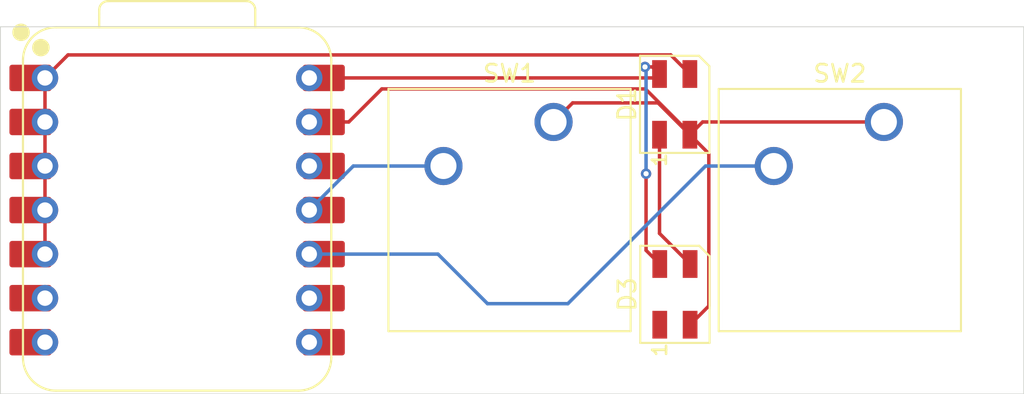
<source format=kicad_pcb>
(kicad_pcb (version 20241229) (generator "pcbnew") (generator_version "9.0")
  (layers (0 "F.Cu" signal) (2 "B.Cu" signal) (13 "F.Paste" user) (15 "B.Paste" user) (5 "F.SilkS" user "F.Silkscreen") (7 "B.SilkS" user "B.Silkscreen") (1 "F.Mask" user) (3 "B.Mask" user) (25 "Edge.Cuts" user))
  (net 0 "")
  (net 1 "GND")
  (net 2 "+5V")
  (net 3 "Net-(D1-DIN)")
  (net 4 "Net-(U1-GPIO3{slash}MOSI)")
  (net 5 "Net-(U1-GPIO4{slash}MISO)")
  (net 11 "Net-(D1-DOUT)")
  (footprint "OPL:XIAO-ESP32C3-DIP" (layer "F.Cu") (at 130.81 74.93)
    (property "Reference" "U1" (hide yes))
    (property "Value" "XIAO-RP2040-DIP")
    (fp_line (start -9.01 8.509) (end -9.01 -8.636) (stroke (width 0.127)) (layer "F.SilkS"))
    (fp_line (start -7.105 10.414) (end 6.865 10.414) (stroke (width 0.127)) (layer "F.SilkS"))
    (fp_line (start -4.615 -10.541) (end -4.611272 -11.551272) (stroke (width 0.127)) (layer "F.SilkS"))
    (fp_line (start -4.111272 -12.051) (end 3.884 -12.051) (stroke (width 0.127)) (layer "F.SilkS"))
    (fp_line (start 4.384 -11.551) (end 4.384 -10.541) (stroke (width 0.127)) (layer "F.SilkS"))
    (fp_line (start 6.865 -10.541) (end -7.105 -10.541) (stroke (width 0.1)) (layer "F.SilkS"))
    (fp_line (start 6.865 -10.541) (end -7.105 -10.541) (stroke (width 0.127)) (layer "F.SilkS"))
    (fp_line (start 8.77 8.509) (end 8.77 -8.636) (stroke (width 0.127)) (layer "F.SilkS"))
    (fp_arc (start -9.01 -8.636) (mid -8.452038 -9.983038) (end -7.105 -10.541) (stroke (width 0.127)) (layer "F.SilkS"))
    (fp_arc (start -7.105 10.414) (mid -8.452038 9.856038) (end -9.01 8.509) (stroke (width 0.127)) (layer "F.SilkS"))
    (fp_arc (start -4.611272 -11.551272) (mid -4.464728 -11.90464) (end -4.111272 -12.051) (stroke (width 0.127)) (layer "F.SilkS"))
    (fp_arc (start 3.884 -12.051) (mid 4.237553 -11.904553) (end 4.384 -11.551) (stroke (width 0.127)) (layer "F.SilkS"))
    (fp_arc (start 6.865 -10.541) (mid 8.212038 -9.983038) (end 8.77 -8.636) (stroke (width 0.127)) (layer "F.SilkS"))
    (fp_arc (start 8.77 8.509) (mid 8.212038 9.856038) (end 6.865 10.414) (stroke (width 0.127)) (layer "F.SilkS"))
    (fp_circle (center -9.12 -10.25) (end -9.12 -10.504) (stroke (width 0.5)) (fill yes) (layer "F.SilkS"))
    (fp_circle (center -7.977 -9.37) (end -7.977 -9.624) (stroke (width 0.5)) (fill yes) (layer "F.SilkS"))
    (pad "1" smd roundrect (at -8.575 -7.62 180) (size 2.432 1.524) (layers "F.Cu" "F.Mask") (roundrect_rratio 0.1) (net 3 "Net-(D1-DIN)"))
    (pad "1" thru_hole circle (at -7.74 -7.62 180) (size 1.524 1.524) (drill 0.889) (layers "*.Cu" "*.Mask") (net 3 "Net-(D1-DIN)"))
    (pad "2" smd roundrect (at -8.575 -5.08 180) (size 2.432 1.524) (layers "F.Cu" "F.Mask") (roundrect_rratio 0.1) (net 3 "Net-(D1-DIN)"))
    (pad "2" thru_hole circle (at -7.74 -5.08 180) (size 1.524 1.524) (drill 0.889) (layers "*.Cu" "*.Mask") (net 3 "Net-(D1-DIN)"))
    (pad "3" smd roundrect (at -8.575 -2.54 180) (size 2.432 1.524) (layers "F.Cu" "F.Mask") (roundrect_rratio 0.1) (net 3 "Net-(D1-DIN)"))
    (pad "3" thru_hole circle (at -7.74 -2.54 180) (size 1.524 1.524) (drill 0.889) (layers "*.Cu" "*.Mask") (net 3 "Net-(D1-DIN)"))
    (pad "4" smd roundrect (at -8.575 0 180) (size 2.432 1.524) (layers "F.Cu" "F.Mask") (roundrect_rratio 0.1) (net 3 "Net-(D1-DIN)"))
    (pad "4" thru_hole circle (at -7.74 0 180) (size 1.524 1.524) (drill 0.889) (layers "*.Cu" "*.Mask") (net 3 "Net-(D1-DIN)"))
    (pad "5" smd roundrect (at -8.575 2.54 180) (size 2.432 1.524) (layers "F.Cu" "F.Mask") (roundrect_rratio 0.1) (net 3 "Net-(D1-DIN)"))
    (pad "5" thru_hole circle (at -7.74 2.54 180) (size 1.524 1.524) (drill 0.889) (layers "*.Cu" "*.Mask") (net 3 "Net-(D1-DIN)"))
    (pad "6" smd roundrect (at -8.575 5.08 180) (size 2.432 1.524) (layers "F.Cu" "F.Mask") (roundrect_rratio 0.1))
    (pad "6" thru_hole circle (at -7.74 5.08 180) (size 1.524 1.524) (drill 0.889) (layers "*.Cu" "*.Mask"))
    (pad "7" smd roundrect (at -8.575 7.62 180) (size 2.432 1.524) (layers "F.Cu" "F.Mask") (roundrect_rratio 0.1))
    (pad "7" thru_hole circle (at -7.74 7.62 180) (size 1.524 1.524) (drill 0.889) (layers "*.Cu" "*.Mask"))
    (pad "8" thru_hole circle (at 7.5 7.62) (size 1.524 1.524) (drill 0.889) (layers "*.Cu" "*.Mask"))
    (pad "8" smd roundrect (at 8.335 7.62) (size 2.432 1.524) (layers "F.Cu" "F.Mask") (roundrect_rratio 0.1))
    (pad "9" thru_hole circle (at 7.5 5.08) (size 1.524 1.524) (drill 0.889) (layers "*.Cu" "*.Mask"))
    (pad "9" smd roundrect (at 8.335 5.08) (size 2.432 1.524) (layers "F.Cu" "F.Mask") (roundrect_rratio 0.1))
    (pad "10" thru_hole circle (at 7.5 2.54) (size 1.524 1.524) (drill 0.889) (layers "*.Cu" "*.Mask") (net 5 "Net-(U1-GPIO4{slash}MISO)"))
    (pad "10" smd roundrect (at 8.335 2.54) (size 2.432 1.524) (layers "F.Cu" "F.Mask") (roundrect_rratio 0.1) (net 5 "Net-(U1-GPIO4{slash}MISO)"))
    (pad "11" thru_hole circle (at 7.5 0) (size 1.524 1.524) (drill 0.889) (layers "*.Cu" "*.Mask") (net 4 "Net-(U1-GPIO3{slash}MOSI)"))
    (pad "11" smd roundrect (at 8.335 0) (size 2.432 1.524) (layers "F.Cu" "F.Mask") (roundrect_rratio 0.1) (net 4 "Net-(U1-GPIO3{slash}MOSI)"))
    (pad "12" thru_hole circle (at 7.5 -2.54) (size 1.524 1.524) (drill 0.889) (layers "*.Cu" "*.Mask"))
    (pad "12" smd roundrect (at 8.335 -2.54) (size 2.432 1.524) (layers "F.Cu" "F.Mask") (roundrect_rratio 0.1))
    (pad "13" thru_hole circle (at 7.5 -5.08) (size 1.524 1.524) (drill 0.889) (layers "*.Cu" "*.Mask") (net 1 "GND"))
    (pad "13" smd roundrect (at 8.335 -5.08) (size 2.432 1.524) (layers "F.Cu" "F.Mask") (roundrect_rratio 0.1) (net 1 "GND"))
    (pad "14" thru_hole circle (at 7.5 -7.62) (size 1.524 1.524) (drill 0.889) (layers "*.Cu" "*.Mask") (net 2 "+5V"))
    (pad "14" smd roundrect (at 8.335 -7.62) (size 2.432 1.524) (layers "F.Cu" "F.Mask") (roundrect_rratio 0.1) (net 2 "+5V"))
  )
  (footprint "LED_SMD:LED_SK6812MINI_PLCC4_3.5x3.5mm_P1.75mm" (layer "F.Cu") (at 159.385 68.834 90)
    (property "Reference" "D1" (at 0 -2.75 90) (layer "F.SilkS"))
    (property "Value" "SK6812MINI")
    (fp_line (start -2.8 -2) (end 2.8 -2) (stroke (width 0.12)) (layer "F.SilkS"))
    (fp_line (start -2.8 -2) (end -2.8 2) (stroke (width 0.12)) (layer "F.SilkS"))
    (fp_line (start 2.8 1.4) (end 2.8 -2) (stroke (width 0.12)) (layer "F.SilkS"))
    (fp_line (start 2.8 1.4) (end 2.2 2) (stroke (width 0.12)) (layer "F.SilkS"))
    (fp_line (start -2.8 2) (end 2.2 2) (stroke (width 0.12)) (layer "F.SilkS"))
    (fp_text user "1" (at -3.2 -0.875 90) (layer "F.SilkS") (effects (font (size 0.8 0.8))))
    (pad "1" smd rect (at -1.75 -0.875 90) (size 1.6 0.85) (layers "F.Cu" "F.Mask" "F.Paste") (net 11 "Net-(D1-DOUT)"))
    (pad "2" smd rect (at -1.75 0.875 90) (size 1.6 0.85) (layers "F.Cu" "F.Mask" "F.Paste") (net 1 "GND"))
    (pad "3" smd rect (at 1.75 0.875 90) (size 1.6 0.85) (layers "F.Cu" "F.Mask" "F.Paste") (net 3 "Net-(D1-DIN)"))
    (pad "4" smd rect (at 1.75 -0.875 90) (size 1.6 0.85) (layers "F.Cu" "F.Mask" "F.Paste") (net 2 "+5V"))
  )
  (footprint "Button_Switch_Keyboard:SW_Cherry_MX_1.00u_PCB" (layer "F.Cu") (at 171.45 69.85)
    (property "Reference" "SW2" (at -2.54 -2.794 0) (layer "F.SilkS"))
    (property "Value" "SW_Push")
    (fp_line (start -9.525 -1.905) (end 4.445 -1.905) (stroke (width 0.12)) (layer "F.SilkS"))
    (fp_line (start -9.525 12.065) (end -9.525 -1.905) (stroke (width 0.12)) (layer "F.SilkS"))
    (fp_line (start 4.445 -1.905) (end 4.445 12.065) (stroke (width 0.12)) (layer "F.SilkS"))
    (fp_line (start 4.445 12.065) (end -9.525 12.065) (stroke (width 0.12)) (layer "F.SilkS"))
    (pad "" np_thru_hole circle (at -7.62 5.08) (size 1.7 1.7) (drill 1.7) (layers "*.Cu" "*.Mask"))
    (pad "" np_thru_hole circle (at -2.54 5.08) (size 4 4) (drill 4) (layers "*.Cu" "*.Mask"))
    (pad "" np_thru_hole circle (at 2.54 5.08) (size 1.7 1.7) (drill 1.7) (layers "*.Cu" "*.Mask"))
    (pad "1" thru_hole circle (at 0 0) (size 2.2 2.2) (drill 1.5) (layers "*.Cu" "*.Mask") (net 1 "GND"))
    (pad "2" thru_hole circle (at -6.35 2.54) (size 2.2 2.2) (drill 1.5) (layers "*.Cu" "*.Mask") (net 5 "Net-(U1-GPIO4{slash}MISO)"))
  )
  (footprint "LED_SMD:LED_SK6812MINI_PLCC4_3.5x3.5mm_P1.75mm" (layer "F.Cu") (at 159.399 79.7915 90)
    (property "Reference" "D3" (at 0 -2.75 90) (layer "F.SilkS"))
    (property "Value" "SK6812MINI")
    (fp_line (start -2.8 -2) (end 2.8 -2) (stroke (width 0.12)) (layer "F.SilkS"))
    (fp_line (start -2.8 -2) (end -2.8 2) (stroke (width 0.12)) (layer "F.SilkS"))
    (fp_line (start 2.8 1.4) (end 2.8 -2) (stroke (width 0.12)) (layer "F.SilkS"))
    (fp_line (start 2.8 1.4) (end 2.2 2) (stroke (width 0.12)) (layer "F.SilkS"))
    (fp_line (start -2.8 2) (end 2.2 2) (stroke (width 0.12)) (layer "F.SilkS"))
    (fp_text user "1" (at -3.2 -0.875 90) (layer "F.SilkS") (effects (font (size 0.8 0.8))))
    (pad "1" smd rect (at -1.75 -0.875 90) (size 1.6 0.85) (layers "F.Cu" "F.Mask" "F.Paste"))
    (pad "2" smd rect (at -1.75 0.875 90) (size 1.6 0.85) (layers "F.Cu" "F.Mask" "F.Paste") (net 1 "GND"))
    (pad "3" smd rect (at 1.75 0.875 90) (size 1.6 0.85) (layers "F.Cu" "F.Mask" "F.Paste") (net 11 "Net-(D1-DOUT)"))
    (pad "4" smd rect (at 1.75 -0.875 90) (size 1.6 0.85) (layers "F.Cu" "F.Mask" "F.Paste") (net 2 "+5V"))
  )
  (footprint "Button_Switch_Keyboard:SW_Cherry_MX_1.00u_PCB" (layer "F.Cu") (at 152.4 69.85)
    (property "Reference" "SW1" (at -2.54 -2.794 0) (layer "F.SilkS"))
    (property "Value" "SW_Push")
    (fp_line (start -9.525 -1.905) (end 4.445 -1.905) (stroke (width 0.12)) (layer "F.SilkS"))
    (fp_line (start -9.525 12.065) (end -9.525 -1.905) (stroke (width 0.12)) (layer "F.SilkS"))
    (fp_line (start 4.445 -1.905) (end 4.445 12.065) (stroke (width 0.12)) (layer "F.SilkS"))
    (fp_line (start 4.445 12.065) (end -9.525 12.065) (stroke (width 0.12)) (layer "F.SilkS"))
    (pad "" np_thru_hole circle (at -7.62 5.08) (size 1.7 1.7) (drill 1.7) (layers "*.Cu" "*.Mask"))
    (pad "" np_thru_hole circle (at -2.54 5.08) (size 4 4) (drill 4) (layers "*.Cu" "*.Mask"))
    (pad "" np_thru_hole circle (at 2.54 5.08) (size 1.7 1.7) (drill 1.7) (layers "*.Cu" "*.Mask"))
    (pad "1" thru_hole circle (at 0 0) (size 2.2 2.2) (drill 1.5) (layers "*.Cu" "*.Mask") (net 1 "GND"))
    (pad "2" thru_hole circle (at -6.35 2.54) (size 2.2 2.2) (drill 1.5) (layers "*.Cu" "*.Mask") (net 4 "Net-(U1-GPIO3{slash}MOSI)"))
  )
  (gr_rect (start 120.5 64.36) (end 179.5145 85.5345) (stroke (width 0.05)) (fill no) (layer "Edge.Cuts"))
  (segment (start 161.3535 80.462) (end 160.274 81.5415) (width 0.2) (layer "F.Cu") (net 1))
  (segment (start 138.31 69.85) (end 140.589 69.85) (width 0.2) (layer "F.Cu") (net 1))
  (segment (start 158.426001 68.750001) (end 160.26 70.584) (width 0.2) (layer "F.Cu") (net 1))
  (segment (start 140.589 69.85) (end 142.494 67.945) (width 0.2) (layer "F.Cu") (net 1))
  (segment (start 142.494 67.945) (end 157.698 67.945) (width 0.2) (layer "F.Cu") (net 1))
  (segment (start 153.499999 68.750001) (end 158.426001 68.750001) (width 0.2) (layer "F.Cu") (net 1))
  (segment (start 161.3535 71.6775) (end 161.3535 80.462) (width 0.2) (layer "F.Cu") (net 1))
  (segment (start 157.698 67.945) (end 160.26 70.507) (width 0.2) (layer "F.Cu") (net 1))
  (segment (start 160.26 70.584) (end 161.3535 71.6775) (width 0.2) (layer "F.Cu") (net 1))
  (segment (start 152.4 69.85) (end 153.499999 68.750001) (width 0.2) (layer "F.Cu") (net 1))
  (segment (start 160.26 70.507) (end 160.26 70.584) (width 0.2) (layer "F.Cu") (net 1))
  (segment (start 160.994 69.85) (end 160.26 70.584) (width 0.2) (layer "F.Cu") (net 1))
  (segment (start 171.45 69.85) (end 160.994 69.85) (width 0.2) (layer "F.Cu") (net 1))
  (segment (start 158.284 67.31) (end 158.51 67.084) (width 0.2) (layer "F.Cu") (net 2))
  (segment (start 157.6705 66.675) (end 158.101 66.675) (width 0.2) (layer "F.Cu") (net 2))
  (segment (start 138.31 67.31) (end 158.284 67.31) (width 0.2) (layer "F.Cu") (net 2))
  (segment (start 158.101 66.675) (end 158.51 67.084) (width 0.2) (layer "F.Cu") (net 2))
  (segment (start 157.734 77.2515) (end 157.734 72.8345) (width 0.2) (layer "F.Cu") (net 2))
  (segment (start 158.524 78.0415) (end 157.734 77.2515) (width 0.2) (layer "F.Cu") (net 2))
  (via (at 157.734 72.8345) (size 0.6) (drill 0.3) (layers "F.Cu" "B.Cu") (net 2))
  (via (at 157.6705 66.675) (size 0.6) (drill 0.3) (layers "F.Cu" "B.Cu") (net 2))
  (segment (start 157.734 72.8345) (end 157.734 66.7385) (width 0.2) (layer "B.Cu") (net 2))
  (segment (start 157.734 66.7385) (end 157.6705 66.675) (width 0.2) (layer "B.Cu") (net 2))
  (segment (start 123.07 74.93) (end 123.07 77.47) (width 0.2) (layer "F.Cu") (net 3))
  (segment (start 123.07 69.85) (end 123.07 72.39) (width 0.2) (layer "F.Cu") (net 3))
  (segment (start 123.07 72.39) (end 123.07 74.93) (width 0.2) (layer "F.Cu") (net 3))
  (segment (start 159.159 65.983) (end 160.26 67.084) (width 0.2) (layer "F.Cu") (net 3))
  (segment (start 123.07 67.31) (end 124.397 65.983) (width 0.2) (layer "F.Cu") (net 3))
  (segment (start 124.397 65.983) (end 159.159 65.983) (width 0.2) (layer "F.Cu") (net 3))
  (segment (start 123.07 67.31) (end 123.07 69.85) (width 0.2) (layer "F.Cu") (net 3))
  (segment (start 146.05 72.39) (end 140.85 72.39) (width 0.2) (layer "B.Cu") (net 4))
  (segment (start 140.85 72.39) (end 138.31 74.93) (width 0.2) (layer "B.Cu") (net 4))
  (segment (start 153.2255 80.3275) (end 148.59 80.3275) (width 0.2) (layer "B.Cu") (net 5))
  (segment (start 148.59 80.3275) (end 145.7325 77.47) (width 0.2) (layer "B.Cu") (net 5))
  (segment (start 145.7325 77.47) (end 138.31 77.47) (width 0.2) (layer "B.Cu") (net 5))
  (segment (start 161.163 72.39) (end 153.2255 80.3275) (width 0.2) (layer "B.Cu") (net 5))
  (segment (start 165.1 72.39) (end 161.163 72.39) (width 0.2) (layer "B.Cu") (net 5))
  (segment (start 158.51 70.584) (end 158.51 76.2775) (width 0.2) (layer "F.Cu") (net 11))
  (segment (start 158.51 76.2775) (end 160.274 78.0415) (width 0.2) (layer "F.Cu") (net 11))
)
</source>
